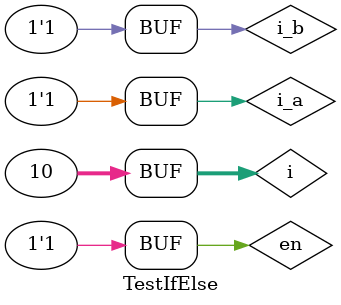
<source format=v>

module TestIfElse;
    reg i_a, i_b, en;
    wire o_sum;
    integer i;
    If_Else_Block ieb(
        .o_sum(o_sum),
        .i_a(i_a),
        .i_b(i_b),
        .en(en)
    );
    initial begin
        $monitor("en = %d, i_a = %d, i_b = %d, o_sum = %d", en, i_a, i_b, o_sum);
        #10 en = 0;
        i_a = 0;
        i_b = 0;
        #10 en = 1;
        i_a = 1;
        for (i = 0; i < 10; i = i + 1) begin
            #10 i_a = ~i_a;
            i_b = ~i_b;
        end
        #20 i_a = 1;
        i_b = 1;
        for (i = 0; i < 10; i = i + 1) begin
            #10 i_a = ~i_a;
            i_b = ~i_b;
        end
    end
    
endmodule // End of TestIfElse


</source>
